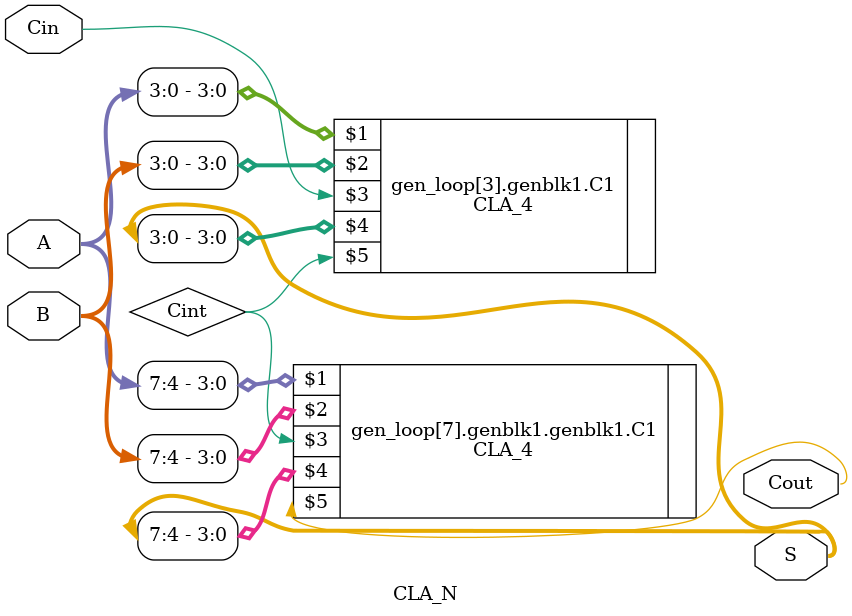
<source format=sv>
module CLA_N#(parameter N=3)(input logic[2**N-1:0]A,B,
				  input logic Cin,
				  output logic[2**N-1:0]S,
				  output logic Cout);
logic[((2**N)/4)-2:0]Cint;
genvar i;
generate
	for(i=3;i<=2**N-1;i=i+4)
		begin : gen_loop
		if(i==3)
			begin
			CLA_4 C1(A[i:i-3],B[i:i-3],Cin,S[i:i-3],Cint[0]);
			end
		else if(i==2**N-1)
			begin
			CLA_4 C1(A[i:i-3],B[i:i-3],Cint[((i+1)/4)-2],S[i:i-3],Cout);
			end
		else
			begin
			CLA_4 C2(A[i:i-3],B[i:i-3],Cint[((i+1)/4)-2],S[i:i-3],Cint[((i+1)/4)-1]);
			end
		end 
	endgenerate
endmodule

</source>
